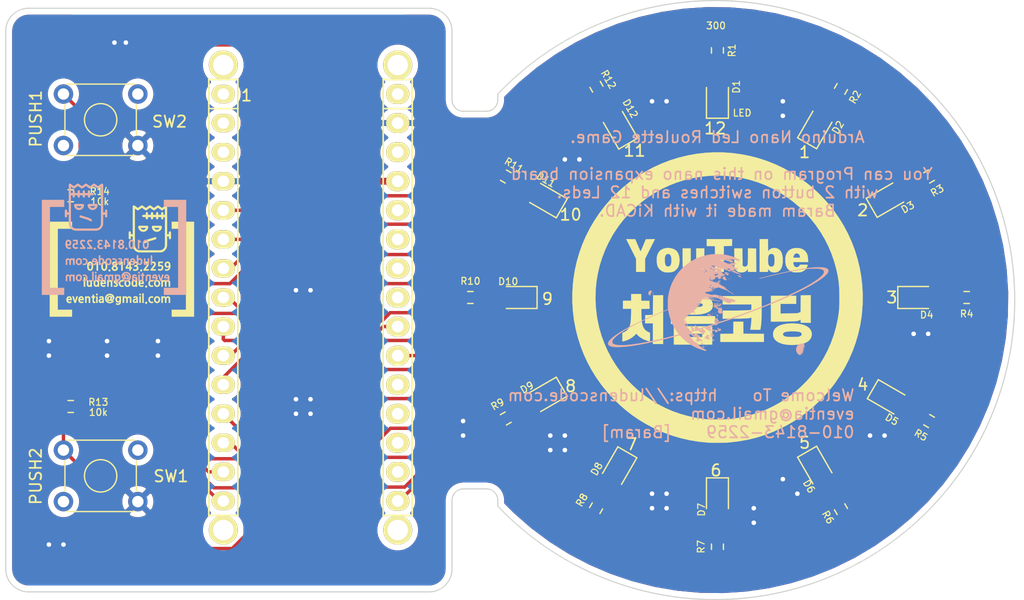
<source format=kicad_pcb>
(kicad_pcb (version 20171130) (host pcbnew "(5.1.7)-1")
  (title_block (date "jeu. 02 avril 2015"))
  (layers (0 F.Cu signal) (31 B.Cu signal) (34 B.Paste user) (35 F.Paste user) (36 B.SilkS user) (37 F.SilkS user) (38 B.Mask user) (39 F.Mask user) (44 Edge.Cuts user))
  (net 0 "")
  (net 1 GND)
  (net 2 +5V)
  (net 3 "Net-(D1-Pad2)")
  (net 4 "Net-(D2-Pad2)")
  (net 5 "Net-(D3-Pad2)")
  (net 6 "Net-(D4-Pad2)")
  (net 7 "Net-(D5-Pad2)")
  (net 8 "Net-(D6-Pad2)")
  (net 9 "Net-(D7-Pad2)")
  (net 10 "Net-(D8-Pad2)")
  (net 11 "Net-(D9-Pad2)")
  (net 12 "Net-(D10-Pad2)")
  (net 13 "Net-(D11-Pad2)")
  (net 14 "Net-(D12-Pad2)")
  (net 15 2)
  (net 16 3)
  (net 17 4)
  (net 18 5)
  (net 19 6)
  (net 20 7)
  (net 21 8)
  (net 22 9)
  (net 23 10)
  (net 24 11)
  (net 25 12)
  (net 26 A2)
  (net 27 13)
  (net 28 A3)
  (module Try001:YouTube_PCB_Profile_130x105 (layer B.Cu) (at 110.49 99.695 180)
    (fp_text reference G*** hide)
    (fp_text value LOGO hide)
  )
  (module Try001:YouTube_PCB_Profile_130x105 (layer F.Cu) (at 111.125 101.6)
    (fp_text reference G*** hide)
    (fp_text value LOGO hide)
  )
  (module Try001:YouTube_PCB_254 (layer F.Cu) (at 163.195 104.775)
    (fp_text reference G*** hide)
    (fp_text value LOGO hide)
  )
  (module Try001:PCB_Logo_Space (layer B.Cu) (at 163.195 105.41 180)
    (fp_text reference G*** hide)
    (fp_text value LOGO hide)
  )
  (module Socket_Arduino_Nano:Socket_Strip_Arduino_1x15 (layer F.Cu) (at 135.255 86.995 270)
    (fp_text reference P2 hide)
    (fp_text value Analog hide)
    (pad 1 thru_hole oval (at 0 0 270) (size 1.7272 2.032) (drill 1.016) (layers *.Cu *.Mask F.SilkS))
    (pad 2 thru_hole oval (at 2.54 0 270) (size 1.7272 2.032) (drill 1.016) (layers *.Cu *.Mask F.SilkS) (net 1 GND))
    (pad 3 thru_hole oval (at 5.08 0 270) (size 1.7272 2.032) (drill 1.016) (layers *.Cu *.Mask F.SilkS))
    (pad 4 thru_hole oval (at 7.62 0 270) (size 1.7272 2.032) (drill 1.016) (layers *.Cu *.Mask F.SilkS) (net 2 +5V))
    (pad 5 thru_hole oval (at 10.16 0 270) (size 1.7272 2.032) (drill 1.016) (layers *.Cu *.Mask F.SilkS))
    (pad 6 thru_hole oval (at 12.7 0 270) (size 1.7272 2.032) (drill 1.016) (layers *.Cu *.Mask F.SilkS))
    (pad 7 thru_hole oval (at 15.24 0 270) (size 1.7272 2.032) (drill 1.016) (layers *.Cu *.Mask F.SilkS))
    (pad 8 thru_hole oval (at 17.78 0 270) (size 1.7272 2.032) (drill 1.016) (layers *.Cu *.Mask F.SilkS))
    (pad 9 thru_hole oval (at 20.32 0 270) (size 1.7272 2.032) (drill 1.016) (layers *.Cu *.Mask F.SilkS) (net 28 A3))
    (pad 10 thru_hole oval (at 22.86 0 270) (size 1.7272 2.032) (drill 1.016) (layers *.Cu *.Mask F.SilkS) (net 26 A2))
    (pad 11 thru_hole oval (at 25.4 0 270) (size 1.7272 2.032) (drill 1.016) (layers *.Cu *.Mask F.SilkS))
    (pad 12 thru_hole oval (at 27.94 0 270) (size 1.7272 2.032) (drill 1.016) (layers *.Cu *.Mask F.SilkS))
    (pad 13 thru_hole oval (at 30.48 0 270) (size 1.7272 2.032) (drill 1.016) (layers *.Cu *.Mask F.SilkS))
    (pad 14 thru_hole oval (at 33.02 0 270) (size 1.7272 2.032) (drill 1.016) (layers *.Cu *.Mask F.SilkS))
    (pad 15 thru_hole oval (at 35.56 0 270) (size 1.7272 2.032) (drill 1.016) (layers *.Cu *.Mask F.SilkS) (net 27 13))
  )
  (module Socket_Arduino_Nano:Socket_Strip_Arduino_1x15 (layer F.Cu) (at 120.015 86.995 270)
    (fp_text reference P1 hide)
    (fp_text value Digital hide)
    (pad 1 thru_hole oval (at 0 0 270) (size 1.6 2.032) (drill 1) (layers *.Cu *.Mask F.SilkS))
    (pad 2 thru_hole oval (at 2.54 0 270) (size 1.6 2.032) (drill 1) (layers *.Cu *.Mask F.SilkS))
    (pad 3 thru_hole oval (at 5.08 0 270) (size 1.6 2.032) (drill 1) (layers *.Cu *.Mask F.SilkS))
    (pad 4 thru_hole oval (at 7.62 0 270) (size 1.6 2.032) (drill 1) (layers *.Cu *.Mask F.SilkS) (net 1 GND))
    (pad 5 thru_hole oval (at 10.16 0 270) (size 1.6 2.032) (drill 1) (layers *.Cu *.Mask F.SilkS) (net 15 2))
    (pad 6 thru_hole oval (at 12.7 0 270) (size 1.6 2.032) (drill 1) (layers *.Cu *.Mask F.SilkS) (net 16 3))
    (pad 7 thru_hole oval (at 15.24 0 270) (size 1.6 2.032) (drill 1) (layers *.Cu *.Mask F.SilkS) (net 17 4))
    (pad 8 thru_hole oval (at 17.78 0 270) (size 1.6 2.032) (drill 1) (layers *.Cu *.Mask F.SilkS) (net 18 5))
    (pad 9 thru_hole oval (at 20.32 0 270) (size 1.6 2.032) (drill 1) (layers *.Cu *.Mask F.SilkS) (net 19 6))
    (pad 10 thru_hole oval (at 22.86 0 270) (size 1.6 2.032) (drill 1) (layers *.Cu *.Mask F.SilkS) (net 20 7))
    (pad 11 thru_hole oval (at 25.4 0 270) (size 1.6 2.032) (drill 1) (layers *.Cu *.Mask F.SilkS) (net 21 8))
    (pad 12 thru_hole oval (at 27.94 0 270) (size 1.6 2.032) (drill 1) (layers *.Cu *.Mask F.SilkS) (net 22 9))
    (pad 13 thru_hole oval (at 30.48 0 270) (size 1.6 2.032) (drill 1) (layers *.Cu *.Mask F.SilkS) (net 23 10))
    (pad 14 thru_hole oval (at 33.02 0 270) (size 1.6 2.032) (drill 1) (layers *.Cu *.Mask F.SilkS) (net 24 11))
    (pad 15 thru_hole oval (at 35.56 0 270) (size 1.6 2.032) (drill 1) (layers *.Cu *.Mask F.SilkS) (net 25 12))
  )
  (module LED_SMD:LED_0805_2012Metric (layer F.Cu) (at 163.195 87.4245 90)
    (fp_text reference D1 (at 1.0645 1.651 270) (layer F.SilkS) (effects (font (size 0.6 0.6) (thickness 0.1))))
    (fp_text value LED (at -1.2215 2.159 180) (layer F.SilkS) (effects (font (size 0.6 0.6) (thickness 0.1))))
    (pad 2 smd roundrect (at 0.9375 0 90) (size 0.975 1.4) (layers F.Cu F.Paste F.Mask) (net 3 "Net-(D1-Pad2)"))
    (pad 1 smd roundrect (at -0.9375 0 90) (size 0.975 1.4) (layers F.Cu F.Paste F.Mask) (net 1 GND))
  )
  (module Button_Switch_THT:SW_TH_Tactile_Omron_B3F-10xx (layer F.Cu) (at 106.045 86.995)
    (fp_text reference SW2 (at 9.271 2.413) (layer F.SilkS))
    (fp_text value PUSH1 (at -2.413 2.159 -90) (layer F.SilkS))
    (pad 1 thru_hole circle (at 0 0) (size 1.7 1.7) (drill 1) (layers *.Cu *.Mask) (net 28 A3))
    (pad 2 thru_hole circle (at 6.5 0) (size 1.7 1.7) (drill 1) (layers *.Cu *.Mask))
    (pad 3 thru_hole circle (at 0 4.5) (size 1.7 1.7) (drill 1) (layers *.Cu *.Mask))
    (pad 4 thru_hole circle (at 6.5 4.5) (size 1.7 1.7) (drill 1) (layers *.Cu *.Mask) (net 1 GND))
  )
  (module Button_Switch_THT:SW_TH_Tactile_Omron_B3F-10xx (layer F.Cu) (at 106.045 118.11)
    (fp_text reference SW1 (at 9.398 2.286) (layer F.SilkS))
    (fp_text value PUSH2 (at -2.413 2.286 -90) (layer F.SilkS))
    (pad 1 thru_hole circle (at 0 0) (size 1.7 1.7) (drill 1) (layers *.Cu *.Mask) (net 26 A2))
    (pad 2 thru_hole circle (at 6.5 0) (size 1.7 1.7) (drill 1) (layers *.Cu *.Mask))
    (pad 3 thru_hole circle (at 0 4.5) (size 1.7 1.7) (drill 1) (layers *.Cu *.Mask))
    (pad 4 thru_hole circle (at 6.5 4.5) (size 1.7 1.7) (drill 1) (layers *.Cu *.Mask) (net 1 GND))
  )
  (module Resistor_SMD:R_0603_1608Metric (layer F.Cu) (at 106.68 95.885)
    (fp_text reference R14 (at 2.54 -0.381) (layer F.SilkS) (effects (font (size 0.6 0.6) (thickness 0.1))))
    (fp_text value 10k (at 2.54 0.508) (layer F.SilkS) (effects (font (size 0.6 0.6) (thickness 0.1))))
    (pad 2 smd roundrect (at 0.825 0) (size 0.8 0.95) (layers F.Cu F.Paste F.Mask) (net 28 A3))
    (pad 1 smd roundrect (at -0.825 0) (size 0.8 0.95) (layers F.Cu F.Paste F.Mask) (net 2 +5V))
  )
  (module Resistor_SMD:R_0603_1608Metric (layer F.Cu) (at 106.68 114.3 180)
    (fp_text reference R13 (at -2.413 0.381) (layer F.SilkS) (effects (font (size 0.6 0.6) (thickness 0.1))))
    (fp_text value 10k (at -2.413 -0.508) (layer F.SilkS) (effects (font (size 0.6 0.6) (thickness 0.1))))
    (pad 2 smd roundrect (at 0.825 0 180) (size 0.8 0.95) (layers F.Cu F.Paste F.Mask) (net 26 A2))
    (pad 1 smd roundrect (at -0.825 0 180) (size 0.8 0.95) (layers F.Cu F.Paste F.Mask) (net 2 +5V))
  )
  (module Resistor_SMD:R_0603_1608Metric (layer F.Cu) (at 152.6225 86.36 300)
    (fp_text reference R12 (at -0.026176 -1.224662 120) (layer F.SilkS) (effects (font (size 0.6 0.6) (thickness 0.1))))
    (fp_text value R)
    (pad 2 smd roundrect (at 0.825 0 300) (size 0.8 0.95) (layers F.Cu F.Paste F.Mask) (net 14 "Net-(D12-Pad2)"))
    (pad 1 smd roundrect (at -0.825 0 300) (size 0.8 0.95) (layers F.Cu F.Paste F.Mask) (net 27 13))
  )
  (module Resistor_SMD:R_0603_1608Metric (layer F.Cu) (at 144.700529 94.2025 330)
    (fp_text reference R11 (at 0.1265 -1.209838 150) (layer F.SilkS) (effects (font (size 0.6 0.6) (thickness 0.1))))
    (fp_text value R)
    (pad 2 smd roundrect (at 0.825 0 330) (size 0.8 0.95) (layers F.Cu F.Paste F.Mask) (net 13 "Net-(D11-Pad2)"))
    (pad 1 smd roundrect (at -0.825 0 330) (size 0.8 0.95) (layers F.Cu F.Paste F.Mask) (net 25 12))
  )
  (module Resistor_SMD:R_0603_1608Metric (layer F.Cu) (at 141.605 104.775)
    (fp_text reference R10 (at 0 -1.43) (layer F.SilkS) (effects (font (size 0.6 0.6) (thickness 0.1))))
    (fp_text value R)
    (pad 2 smd roundrect (at 0.825 0) (size 0.8 0.95) (layers F.Cu F.Paste F.Mask) (net 12 "Net-(D10-Pad2)"))
    (pad 1 smd roundrect (at -0.825 0) (size 0.8 0.95) (layers F.Cu F.Paste F.Mask) (net 24 11))
  )
  (module Resistor_SMD:R_0603_1608Metric (layer F.Cu) (at 144.700529 115.3475 30)
    (fp_text reference R9 (at 0 -1.43 30) (layer F.SilkS) (effects (font (size 0.6 0.6) (thickness 0.1))))
    (fp_text value R)
    (pad 2 smd roundrect (at 0.825 0 30) (size 0.8 0.95) (layers F.Cu F.Paste F.Mask) (net 11 "Net-(D9-Pad2)"))
    (pad 1 smd roundrect (at -0.825 0 30) (size 0.8 0.95) (layers F.Cu F.Paste F.Mask) (net 23 10))
  )
  (module Resistor_SMD:R_0603_1608Metric (layer F.Cu) (at 152.59 123.19 60)
    (fp_text reference R8 (at 0 -1.43 60) (layer F.SilkS) (effects (font (size 0.6 0.6) (thickness 0.1))))
    (fp_text value R)
    (pad 2 smd roundrect (at 0.825 0 60) (size 0.8 0.95) (layers F.Cu F.Paste F.Mask) (net 10 "Net-(D8-Pad2)"))
    (pad 1 smd roundrect (at -0.825 0 60) (size 0.8 0.95) (layers F.Cu F.Paste F.Mask) (net 22 9))
  )
  (module Resistor_SMD:R_0603_1608Metric (layer F.Cu) (at 163.195 126.555 90)
    (fp_text reference R7 (at 0 -1.43 90) (layer F.SilkS) (effects (font (size 0.6 0.6) (thickness 0.1))))
    (fp_text value R)
    (pad 2 smd roundrect (at 0.825 0 90) (size 0.8 0.95) (layers F.Cu F.Paste F.Mask) (net 9 "Net-(D7-Pad2)"))
    (pad 1 smd roundrect (at -0.825 0 90) (size 0.8 0.95) (layers F.Cu F.Paste F.Mask) (net 21 8))
  )
  (module Resistor_SMD:R_0603_1608Metric (layer F.Cu) (at 173.99 123.269471 120)
    (fp_text reference R6 (at -0.047708 -1.347367 120) (layer F.SilkS) (effects (font (size 0.6 0.6) (thickness 0.1))))
    (fp_text value R)
    (pad 2 smd roundrect (at 0.825 0 120) (size 0.8 0.95) (layers F.Cu F.Paste F.Mask) (net 8 "Net-(D6-Pad2)"))
    (pad 1 smd roundrect (at -0.825 0 120) (size 0.8 0.95) (layers F.Cu F.Paste F.Mask) (net 20 7))
  )
  (module Resistor_SMD:R_0603_1608Metric (layer F.Cu) (at 181.689471 115.57 150)
    (fp_text reference R5 (at 0 -1.43 150) (layer F.SilkS) (effects (font (size 0.6 0.6) (thickness 0.1))))
    (fp_text value R)
    (pad 2 smd roundrect (at 0.825 0 150) (size 0.8 0.95) (layers F.Cu F.Paste F.Mask) (net 7 "Net-(D5-Pad2)"))
    (pad 1 smd roundrect (at -0.825 0 150) (size 0.8 0.95) (layers F.Cu F.Paste F.Mask) (net 19 6))
  )
  (module Resistor_SMD:R_0603_1608Metric (layer F.Cu) (at 184.975 104.775 180)
    (fp_text reference R4 (at 0 -1.43) (layer F.SilkS) (effects (font (size 0.6 0.6) (thickness 0.1))))
    (fp_text value R)
    (pad 2 smd roundrect (at 0.825 0 180) (size 0.8 0.95) (layers F.Cu F.Paste F.Mask) (net 6 "Net-(D4-Pad2)"))
    (pad 1 smd roundrect (at -0.825 0 180) (size 0.8 0.95) (layers F.Cu F.Paste F.Mask) (net 18 5))
  )
  (module Resistor_SMD:R_0603_1608Metric (layer F.Cu) (at 181.689471 94.2025 210)
    (fp_text reference R3 (at 0 -1.43 30) (layer F.SilkS) (effects (font (size 0.6 0.6) (thickness 0.1))))
    (fp_text value R)
    (pad 2 smd roundrect (at 0.825 0 210) (size 0.8 0.95) (layers F.Cu F.Paste F.Mask) (net 5 "Net-(D3-Pad2)"))
    (pad 1 smd roundrect (at -0.825 0 210) (size 0.8 0.95) (layers F.Cu F.Paste F.Mask) (net 17 4))
  )
  (module Resistor_SMD:R_0603_1608Metric (layer F.Cu) (at 173.99 86.55 240)
    (fp_text reference R2 (at 0 -1.43 60) (layer F.SilkS) (effects (font (size 0.6 0.6) (thickness 0.1))))
    (fp_text value R)
    (pad 2 smd roundrect (at 0.825 0 240) (size 0.8 0.95) (layers F.Cu F.Paste F.Mask) (net 4 "Net-(D2-Pad2)"))
    (pad 1 smd roundrect (at -0.825 0 240) (size 0.8 0.95) (layers F.Cu F.Paste F.Mask) (net 16 3))
  )
  (module Resistor_SMD:R_0603_1608Metric (layer F.Cu) (at 163.195 83.185 270)
    (fp_text reference R1 (at 0 -1.27 90) (layer F.SilkS) (effects (font (size 0.6 0.6) (thickness 0.1))))
    (fp_text value 300 (at -2.159 0.127 180) (layer F.SilkS) (effects (font (size 0.6 0.6) (thickness 0.1))))
    (pad 2 smd roundrect (at 0.825 0 270) (size 0.8 0.95) (layers F.Cu F.Paste F.Mask) (net 3 "Net-(D1-Pad2)"))
    (pad 1 smd roundrect (at -0.825 0 270) (size 0.8 0.95) (layers F.Cu F.Paste F.Mask) (net 15 2))
  )
  (module LED_SMD:LED_0805_2012Metric (layer F.Cu) (at 154.559 89.8675 120)
    (fp_text reference D12 (at 0.879806 1.681132 120) (layer F.SilkS) (effects (font (size 0.6 0.6) (thickness 0.1))))
    (fp_text value LED)
    (pad 2 smd roundrect (at 0.9375 0 120) (size 0.975 1.4) (layers F.Cu F.Paste F.Mask) (net 14 "Net-(D12-Pad2)"))
    (pad 1 smd roundrect (at -0.9375 0 120) (size 0.975 1.4) (layers F.Cu F.Paste F.Mask) (net 1 GND))
  )
  (module LED_SMD:LED_0805_2012Metric (layer F.Cu) (at 148.1305 96.139 150)
    (fp_text reference D11 (at 0.757517 1.469058 150) (layer F.SilkS) (effects (font (size 0.6 0.6) (thickness 0.1))))
    (fp_text value LED)
    (pad 2 smd roundrect (at 0.9375 0 150) (size 0.975 1.4) (layers F.Cu F.Paste F.Mask) (net 13 "Net-(D11-Pad2)"))
    (pad 1 smd roundrect (at -0.9375 0 150) (size 0.975 1.4) (layers F.Cu F.Paste F.Mask) (net 1 GND))
  )
  (module LED_SMD:LED_0805_2012Metric (layer F.Cu) (at 145.7475 104.775 180)
    (fp_text reference D10 (at 0.8405 1.397) (layer F.SilkS) (effects (font (size 0.6 0.6) (thickness 0.1))))
    (fp_text value LED)
    (pad 2 smd roundrect (at 0.9375 0 180) (size 0.975 1.4) (layers F.Cu F.Paste F.Mask) (net 12 "Net-(D10-Pad2)"))
    (pad 1 smd roundrect (at -0.9375 0 180) (size 0.975 1.4) (layers F.Cu F.Paste F.Mask) (net 1 GND))
  )
  (module LED_SMD:LED_0805_2012Metric (layer F.Cu) (at 148.1305 113.411 210)
    (fp_text reference D9 (at 0.980825 1.446161 30) (layer F.SilkS) (effects (font (size 0.6 0.6) (thickness 0.1))))
    (fp_text value LED)
    (pad 2 smd roundrect (at 0.9375 0 210) (size 0.975 1.4) (layers F.Cu F.Paste F.Mask) (net 11 "Net-(D9-Pad2)"))
    (pad 1 smd roundrect (at -0.9375 0 210) (size 0.975 1.4) (layers F.Cu F.Paste F.Mask) (net 1 GND))
  )
  (module LED_SMD:LED_0805_2012Metric (layer F.Cu) (at 154.4805 119.761 240)
    (fp_text reference D8 (at 0.91325 1.581795 60) (layer F.SilkS) (effects (font (size 0.6 0.6) (thickness 0.1))))
    (fp_text value LED)
    (pad 2 smd roundrect (at 0.9375 0 240) (size 0.975 1.4) (layers F.Cu F.Paste F.Mask) (net 10 "Net-(D8-Pad2)"))
    (pad 1 smd roundrect (at -0.9375 0 240) (size 0.975 1.4) (layers F.Cu F.Paste F.Mask) (net 1 GND))
  )
  (module LED_SMD:LED_0805_2012Metric (layer F.Cu) (at 163.195 122.2225 270)
    (fp_text reference D7 (at 1.0945 1.397 90) (layer F.SilkS) (effects (font (size 0.6 0.6) (thickness 0.1))))
    (fp_text value LED)
    (pad 2 smd roundrect (at 0.9375 0 270) (size 0.975 1.4) (layers F.Cu F.Paste F.Mask) (net 9 "Net-(D7-Pad2)"))
    (pad 1 smd roundrect (at -0.9375 0 270) (size 0.975 1.4) (layers F.Cu F.Paste F.Mask) (net 1 GND))
  )
  (module LED_SMD:LED_0805_2012Metric (layer F.Cu) (at 171.87025 119.711101 300)
    (fp_text reference D6 (at 1.025912 1.370867 120) (layer F.SilkS) (effects (font (size 0.6 0.6) (thickness 0.1))))
    (fp_text value LED)
    (pad 2 smd roundrect (at 0.9375 0 300) (size 0.975 1.4) (layers F.Cu F.Paste F.Mask) (net 8 "Net-(D6-Pad2)"))
    (pad 1 smd roundrect (at -0.9375 0 300) (size 0.975 1.4) (layers F.Cu F.Paste F.Mask) (net 1 GND))
  )
  (module LED_SMD:LED_0805_2012Metric (layer F.Cu) (at 178.230899 113.62575 330)
    (fp_text reference D5 (at 1.085382 1.471734 150) (layer F.SilkS) (effects (font (size 0.6 0.6) (thickness 0.1))))
    (fp_text value LED)
    (pad 2 smd roundrect (at 0.9375 0 330) (size 0.975 1.4) (layers F.Cu F.Paste F.Mask) (net 7 "Net-(D5-Pad2)"))
    (pad 1 smd roundrect (at -0.9375 0 330) (size 0.975 1.4) (layers F.Cu F.Paste F.Mask) (net 1 GND))
  )
  (module LED_SMD:LED_0805_2012Metric (layer F.Cu) (at 180.6425 104.775)
    (fp_text reference D4 (at 0.8405 1.524) (layer F.SilkS) (effects (font (size 0.6 0.6) (thickness 0.1))))
    (fp_text value LED)
    (pad 2 smd roundrect (at 0.9375 0) (size 0.975 1.4) (layers F.Cu F.Paste F.Mask) (net 6 "Net-(D4-Pad2)"))
    (pad 1 smd roundrect (at -0.9375 0) (size 0.975 1.4) (layers F.Cu F.Paste F.Mask) (net 1 GND))
  )
  (module LED_SMD:LED_0805_2012Metric (layer F.Cu) (at 178.131101 96.09975 30)
    (fp_text reference D3 (at 1.072397 1.544352 30) (layer F.SilkS) (effects (font (size 0.6 0.6) (thickness 0.1))))
    (fp_text value LED)
    (pad 2 smd roundrect (at 0.9375 0 30) (size 0.975 1.4) (layers F.Cu F.Paste F.Mask) (net 5 "Net-(D3-Pad2)"))
    (pad 1 smd roundrect (at -0.9375 0 30) (size 0.975 1.4) (layers F.Cu F.Paste F.Mask) (net 1 GND))
  )
  (module LED_SMD:LED_0805_2012Metric (layer F.Cu) (at 171.87025 89.838899 60)
    (fp_text reference D2 (at 0.866104 1.654337 60) (layer F.SilkS) (effects (font (size 0.6 0.6) (thickness 0.1))))
    (fp_text value LED hide)
    (pad 2 smd roundrect (at 0.9375 0 60) (size 0.975 1.4) (layers F.Cu F.Paste F.Mask) (net 4 "Net-(D2-Pad2)"))
    (pad 1 smd roundrect (at -0.9375 0 60) (size 0.975 1.4) (layers F.Cu F.Paste F.Mask) (net 1 GND))
  )
  (module Socket_Arduino_Nano:1pin_Nano (layer F.Cu) (at 120.015 84.455)
    (fp_text reference P3 hide)
    (fp_text value CONN_01X01 hide)
    (pad 1 thru_hole circle (at 0 0) (size 2.54 2.54) (drill 1.778) (layers *.Cu *.Mask F.SilkS))
  )
  (module Socket_Arduino_Nano:1pin_Nano (layer F.Cu) (at 120.015 125.095)
    (fp_text reference P4 hide)
    (fp_text value CONN_01X01 hide)
    (pad 1 thru_hole circle (at 0 0) (size 2.54 2.54) (drill 1.778) (layers *.Cu *.Mask F.SilkS))
  )
  (module Socket_Arduino_Nano:1pin_Nano (layer F.Cu) (at 135.255 125.095)
    (fp_text reference P5 hide)
    (fp_text value CONN_01X01 hide)
    (pad 1 thru_hole circle (at 0 0) (size 2.54 2.54) (drill 1.778) (layers *.Cu *.Mask F.SilkS))
  )
  (module Socket_Arduino_Nano:1pin_Nano (layer F.Cu) (at 135.255 84.455)
    (fp_text reference P6 hide)
    (fp_text value CONN_01X01 hide)
    (pad 1 thru_hole circle (at 0 0) (size 2.54 2.54) (drill 1.778) (layers *.Cu *.Mask F.SilkS))
  )
  (gr_line (start 140 81.5) (end 140 87.5) (layer Edge.Cuts) (width 0.1))
  (gr_text "Arduino Nano Led Roulette Game.\n\nYou can Program on this nano expansion board \nwith 2 button switches and 12 Leds.\nBaram made it with KiCAD." (at 163.195 93.98) (layer B.SilkS) (effects (font (size 1 1)) (justify mirror)))
  (gr_text "Welcome To    https://ludenscode.com\neventia@gmail.com\n010-8143-2259    [Baram]" (at 175.26 114.935) (layer B.SilkS) (effects (font (size 1 1)) (justify left mirror)))
  (gr_text 11 (at 155.956 91.948) (layer F.SilkS) (effects (font (size 1 1))))
  (gr_text 10 (at 150.368 97.536) (layer F.SilkS) (effects (font (size 1 1))))
  (gr_text 9 (at 148.336 104.902) (layer F.SilkS) (effects (font (size 1 1))))
  (gr_text 8 (at 150.368 112.522) (layer F.SilkS) (effects (font (size 1 1))))
  (gr_text 7 (at 155.702 117.602) (layer F.SilkS) (effects (font (size 1 1))))
  (gr_text 6 (at 163.068 119.888) (layer F.SilkS) (effects (font (size 1 1))))
  (gr_text 5 (at 170.815 117.475) (layer F.SilkS) (effects (font (size 1 1))))
  (gr_text 4 (at 175.895 112.395) (layer F.SilkS) (effects (font (size 1 1))))
  (gr_text 3 (at 178.435 104.775) (layer F.SilkS) (effects (font (size 1 1))))
  (gr_text 2 (at 175.895 97.155) (layer F.SilkS) (effects (font (size 1 1))))
  (gr_text 1 (at 170.815 92.075) (layer F.SilkS) (effects (font (size 1 1))))
  (gr_text 12 (at 163 90) (layer F.SilkS) (effects (font (size 1 1))))
  (gr_arc (start 143 122.5) (end 144 122.5) (angle -90) (layer Edge.Cuts) (width 0.1))
  (gr_arc (start 141 122.5) (end 141 121.5) (angle -90) (layer Edge.Cuts) (width 0.1))
  (gr_arc (start 143 87.5) (end 143 88.5) (angle -90) (layer Edge.Cuts) (width 0.1))
  (gr_arc (start 141 87.5) (end 140 87.5) (angle -90) (layer Edge.Cuts) (width 0.1))
  (gr_arc (start 138 128.5) (end 138 130.5) (angle -90) (layer Edge.Cuts) (width 0.1))
  (gr_arc (start 138 81.5) (end 140 81.5) (angle -90) (layer Edge.Cuts) (width 0.1))
  (gr_line (start 101 128.5) (end 101 81.5) (layer Edge.Cuts) (width 0.1))
  (gr_line (start 138 130.5) (end 103 130.5) (layer Edge.Cuts) (width 0.1))
  (gr_arc (start 103 128.5) (end 101 128.5) (angle -90) (layer Edge.Cuts) (width 0.1))
  (gr_arc (start 103 81.5) (end 103 79.5) (angle -90) (layer Edge.Cuts) (width 0.1))
  (gr_line (start 140 128) (end 140 128.5) (layer Edge.Cuts) (width 0.1))
  (gr_line (start 140 122.5) (end 140.000001 125) (layer Edge.Cuts) (width 0.1))
  (gr_line (start 143 121.5) (end 141 121.5) (layer Edge.Cuts) (width 0.1))
  (gr_line (start 143.999999 123.000001) (end 144 122.5) (layer Edge.Cuts) (width 0.1))
  (gr_line (start 144 87.5) (end 143.999996 86.999999) (layer Edge.Cuts) (width 0.1))
  (gr_line (start 141 88.5) (end 143 88.5) (layer Edge.Cuts) (width 0.1))
  (gr_line (start 103 79.5) (end 138 79.5) (layer Edge.Cuts) (width 0.1))
  (gr_line (start 140.000001 125) (end 140 128) (layer Edge.Cuts) (width 0.1))
  (gr_arc (start 163 105) (end 144.000001 122.999999) (angle -273.0963154) (layer Edge.Cuts) (width 0.1))
  (gr_text 1 (at 122.047 87.122) (layer F.SilkS) (effects (font (size 1 1))))
  (via (at 157.48 121.92) (size 0.6) (drill 0.4) (layers F.Cu B.Cu) (net 1))
  (via (at 158.75 121.92) (size 0.6) (drill 0.4) (layers F.Cu B.Cu) (net 1))
  (via (at 158.75 123.19) (size 0.6) (drill 0.4) (layers F.Cu B.Cu) (net 1))
  (via (at 157.48 123.19) (size 0.6) (drill 0.4) (layers F.Cu B.Cu) (net 1))
  (via (at 149.86 116.84) (size 0.6) (drill 0.4) (layers F.Cu B.Cu) (net 1))
  (via (at 149.86 118.11) (size 0.6) (drill 0.4) (layers F.Cu B.Cu) (net 1))
  (via (at 148.59 116.84) (size 0.6) (drill 0.4) (layers F.Cu B.Cu) (net 1))
  (via (at 148.59 118.11) (size 0.6) (drill 0.4) (layers F.Cu B.Cu) (net 1))
  (via (at 166.37 123.19) (size 0.6) (drill 0.4) (layers F.Cu B.Cu) (net 1))
  (via (at 166.37 124.46) (size 0.6) (drill 0.4) (layers F.Cu B.Cu) (net 1))
  (via (at 168.91 120.65) (size 0.6) (drill 0.4) (layers F.Cu B.Cu) (net 1))
  (via (at 170.18 121.92) (size 0.6) (drill 0.4) (layers F.Cu B.Cu) (net 1))
  (via (at 177.8 116.84) (size 0.6) (drill 0.4) (layers F.Cu B.Cu) (net 1))
  (via (at 176.53 116.84) (size 0.6) (drill 0.4) (layers F.Cu B.Cu) (net 1))
  (via (at 181.61 107.95) (size 0.6) (drill 0.4) (layers F.Cu B.Cu) (net 1))
  (via (at 180.34 107.95) (size 0.6) (drill 0.4) (layers F.Cu B.Cu) (net 1))
  (via (at 168.91 87.63) (size 0.6) (drill 0.4) (layers F.Cu B.Cu) (net 1))
  (via (at 168.91 88.9) (size 0.6) (drill 0.4) (layers F.Cu B.Cu) (net 1))
  (via (at 158.75 87.63) (size 0.6) (drill 0.4) (layers F.Cu B.Cu) (net 1))
  (via (at 157.48 87.63) (size 0.6) (drill 0.4) (layers F.Cu B.Cu) (net 1))
  (via (at 149.86 92.71) (size 0.6) (drill 0.4) (layers F.Cu B.Cu) (net 1))
  (via (at 151.13 92.71) (size 0.6) (drill 0.4) (layers F.Cu B.Cu) (net 1))
  (via (at 104.775 109.855) (size 0.6) (drill 0.4) (layers F.Cu B.Cu) (net 1))
  (via (at 140.97 116.84) (size 0.6) (drill 0.4) (layers F.Cu B.Cu) (net 1))
  (via (at 140.97 115.57) (size 0.6) (drill 0.4) (layers F.Cu B.Cu) (net 1))
  (via (at 127.635 113.665) (size 0.6) (drill 0.4) (layers F.Cu B.Cu) (net 1))
  (via (at 126.365 113.665) (size 0.6) (drill 0.4) (layers F.Cu B.Cu) (net 1))
  (via (at 127.635 114.935) (size 0.6) (drill 0.4) (layers F.Cu B.Cu) (net 1))
  (via (at 126.365 114.935) (size 0.6) (drill 0.4) (layers F.Cu B.Cu) (net 1))
  (via (at 127.635 104.14) (size 0.6) (drill 0.4) (layers F.Cu B.Cu) (net 1))
  (via (at 126.365 104.14) (size 0.6) (drill 0.4) (layers F.Cu B.Cu) (net 1))
  (via (at 104.775 108.585) (size 0.6) (drill 0.4) (layers F.Cu B.Cu) (net 1))
  (via (at 114.3 108.585) (size 0.6) (drill 0.4) (layers F.Cu B.Cu) (net 1))
  (via (at 114.3 109.855) (size 0.6) (drill 0.4) (layers F.Cu B.Cu) (net 1))
  (via (at 109.855 108.585) (size 0.6) (drill 0.4) (layers F.Cu B.Cu) (net 1))
  (via (at 109.855 109.855) (size 0.6) (drill 0.4) (layers F.Cu B.Cu) (net 1))
  (via (at 104.775 126.365) (size 0.6) (drill 0.4) (layers F.Cu B.Cu) (net 1))
  (via (at 106.045 126.365) (size 0.6) (drill 0.4) (layers F.Cu B.Cu) (net 1))
  (via (at 110.5 82.5) (size 0.6) (drill 0.4) (layers F.Cu B.Cu) (net 1))
  (via (at 111.5 82.5) (size 0.6) (drill 0.4) (layers F.Cu B.Cu) (net 1))
  (segment (start 105.855 104.585) (end 105.855 95.885) (width 0.6) (layer F.Cu) (net 2))
  (segment (start 105.855 105.855) (end 105.855 104.585) (width 0.6) (layer F.Cu) (net 2))
  (segment (start 107.505 107.505) (end 105.855 105.855) (width 0.6) (layer F.Cu) (net 2))
  (segment (start 107.505 114.3) (end 107.505 107.505) (width 0.6) (layer F.Cu) (net 2))
  (segment (start 125.095 91.44) (end 128.27 94.615) (width 0.6) (layer F.Cu) (net 2))
  (segment (start 125.095 83.82) (end 125.095 91.44) (width 0.6) (layer F.Cu) (net 2))
  (segment (start 123.825 82.55) (end 125.095 83.82) (width 0.6) (layer F.Cu) (net 2))
  (segment (start 118.364 82.55) (end 123.825 82.55) (width 0.6) (layer F.Cu) (net 2))
  (segment (start 116.713 84.201) (end 118.364 82.55) (width 0.6) (layer F.Cu) (net 2))
  (segment (start 105.664 84.201) (end 116.713 84.201) (width 0.6) (layer F.Cu) (net 2))
  (segment (start 104.15501 93.99501) (end 104.15501 85.70999) (width 0.6) (layer F.Cu) (net 2))
  (segment (start 104.15501 85.70999) (end 105.664 84.201) (width 0.6) (layer F.Cu) (net 2))
  (segment (start 105.855 95.695) (end 104.15501 93.99501) (width 0.6) (layer F.Cu) (net 2))
  (segment (start 128.27 94.615) (end 135.255 94.615) (width 0.6) (layer F.Cu) (net 2))
  (segment (start 105.855 95.885) (end 105.855 95.695) (width 0.6) (layer F.Cu) (net 2))
  (segment (start 163.195 84.01) (end 163.195 86.487) (width 0.3) (layer F.Cu) (net 3))
  (segment (start 173.5775 87.264471) (end 172.339 89.027) (width 0.3) (layer F.Cu) (net 4))
  (segment (start 180.975 94.615) (end 178.943 95.631) (width 0.3) (layer F.Cu) (net 5))
  (segment (start 181.58 104.775) (end 184.15 104.775) (width 0.3) (layer F.Cu) (net 6))
  (segment (start 179.042798 114.0945) (end 180.975 115.1575) (width 0.3) (layer F.Cu) (net 7))
  (segment (start 172.339 120.523) (end 173.5775 122.555) (width 0.3) (layer F.Cu) (net 8))
  (segment (start 163.195 123.16) (end 163.195 125.73) (width 0.3) (layer F.Cu) (net 9))
  (segment (start 154.01175 120.572899) (end 153.0025 122.475529) (width 0.3) (layer F.Cu) (net 10))
  (segment (start 147.318601 113.87975) (end 145.415 114.935) (width 0.3) (layer F.Cu) (net 11))
  (segment (start 142.43 104.775) (end 144.81 104.775) (width 0.3) (layer F.Cu) (net 12))
  (segment (start 145.415 94.615) (end 147.318601 95.67025) (width 0.3) (layer F.Cu) (net 13))
  (segment (start 153.035 87.074471) (end 154.09025 89.055601) (width 0.3) (layer F.Cu) (net 14))
  (segment (start 164.91 82.36) (end 163.195 82.36) (width 0.3) (layer F.Cu) (net 15))
  (segment (start 138.490451 97.868599) (end 160.504279 97.868599) (width 0.3) (layer F.Cu) (net 15))
  (segment (start 134.14375 95.885) (end 136.506852 95.885) (width 0.3) (layer F.Cu) (net 15))
  (segment (start 166.37 92.002878) (end 166.37 83.82) (width 0.3) (layer F.Cu) (net 15))
  (segment (start 136.506852 95.885) (end 138.490451 97.868599) (width 0.3) (layer F.Cu) (net 15))
  (segment (start 132.23875 97.79) (end 134.14375 95.885) (width 0.3) (layer F.Cu) (net 15))
  (segment (start 166.37 83.82) (end 164.91 82.36) (width 0.3) (layer F.Cu) (net 15))
  (segment (start 160.504279 97.868599) (end 166.37 92.002878) (width 0.3) (layer F.Cu) (net 15))
  (segment (start 122.555 97.79) (end 132.23875 97.79) (width 0.3) (layer F.Cu) (net 15))
  (segment (start 121.92 97.155) (end 122.555 97.79) (width 0.3) (layer F.Cu) (net 15))
  (segment (start 120.015 97.155) (end 121.92 97.155) (width 0.3) (layer F.Cu) (net 15))
  (segment (start 174.4025 85.835529) (end 174.750224 86.183253) (width 0.3) (layer F.Cu) (net 16))
  (segment (start 168.91 93.345) (end 173.355 93.345) (width 0.3) (layer F.Cu) (net 16))
  (segment (start 170.18 93.345) (end 168.91 93.345) (width 0.3) (layer F.Cu) (net 16))
  (segment (start 174.4025 85.835529) (end 176.53 87.963029) (width 0.3) (layer F.Cu) (net 16))
  (segment (start 176.53 87.963029) (end 176.53 90.17) (width 0.3) (layer F.Cu) (net 16))
  (segment (start 173.355 93.345) (end 176.53 90.17) (width 0.3) (layer F.Cu) (net 16))
  (segment (start 121.92 99.695) (end 120.015 99.695) (width 0.3) (layer F.Cu) (net 16))
  (segment (start 123.24639 98.36861) (end 121.92 99.695) (width 0.3) (layer F.Cu) (net 16))
  (segment (start 160.71139 98.36861) (end 123.24639 98.36861) (width 0.3) (layer F.Cu) (net 16))
  (segment (start 165.735 93.345) (end 160.71139 98.36861) (width 0.3) (layer F.Cu) (net 16))
  (segment (start 168.91 93.345) (end 165.735 93.345) (width 0.3) (layer F.Cu) (net 16))
  (segment (start 182.403942 93.79) (end 182.056218 93.442276) (width 0.3) (layer F.Cu) (net 17))
  (segment (start 134.04139 101.02139) (end 132.08 99.06) (width 0.3) (layer F.Cu) (net 17))
  (segment (start 123.825 99.06) (end 120.65 102.235) (width 0.3) (layer F.Cu) (net 17))
  (segment (start 138.62138 98.86862) (end 136.46861 101.02139) (width 0.3) (layer F.Cu) (net 17))
  (segment (start 160.9185 98.86862) (end 138.62138 98.86862) (width 0.3) (layer F.Cu) (net 17))
  (segment (start 165.80712 93.98) (end 160.9185 98.86862) (width 0.3) (layer F.Cu) (net 17))
  (segment (start 173.42712 93.98) (end 165.80712 93.98) (width 0.3) (layer F.Cu) (net 17))
  (segment (start 136.46861 101.02139) (end 134.04139 101.02139) (width 0.3) (layer F.Cu) (net 17))
  (segment (start 174.69712 92.71) (end 173.42712 93.98) (width 0.3) (layer F.Cu) (net 17))
  (segment (start 132.08 99.06) (end 123.825 99.06) (width 0.3) (layer F.Cu) (net 17))
  (segment (start 181.323942 92.71) (end 174.69712 92.71) (width 0.3) (layer F.Cu) (net 17))
  (segment (start 120.65 102.235) (end 120.015 102.235) (width 0.3) (layer F.Cu) (net 17))
  (segment (start 182.403942 93.79) (end 181.323942 92.71) (width 0.3) (layer F.Cu) (net 17))
  (segment (start 185.8 106.3) (end 185.8 104.775) (width 0.3) (layer F.Cu) (net 18))
  (segment (start 182.245 109.855) (end 185.8 106.3) (width 0.3) (layer F.Cu) (net 18))
  (segment (start 175.895 109.855) (end 182.245 109.855) (width 0.3) (layer F.Cu) (net 18))
  (segment (start 174.376589 111.373411) (end 175.895 109.855) (width 0.3) (layer F.Cu) (net 18))
  (segment (start 174.376589 112.960911) (end 174.376589 111.373411) (width 0.3) (layer F.Cu) (net 18))
  (segment (start 154.94 113.03) (end 154.94 113.665) (width 0.3) (layer F.Cu) (net 18))
  (segment (start 154.94 113.03) (end 154.94 114.263941) (width 0.3) (layer F.Cu) (net 18))
  (segment (start 154.94 114.263941) (end 155.881038 115.204979) (width 0.3) (layer F.Cu) (net 18))
  (segment (start 172.132521 115.204979) (end 173.19625 114.14125) (width 0.3) (layer F.Cu) (net 18))
  (segment (start 155.881038 115.204979) (end 172.132521 115.204979) (width 0.3) (layer F.Cu) (net 18))
  (segment (start 173.19625 114.14125) (end 174.376589 112.960911) (width 0.3) (layer F.Cu) (net 18))
  (segment (start 172.632532 114.704968) (end 173.19625 114.14125) (width 0.3) (layer F.Cu) (net 18))
  (segment (start 151.13 109.22) (end 154.94 113.03) (width 0.3) (layer F.Cu) (net 18))
  (segment (start 134.021297 106.68) (end 134.599907 106.10139) (width 0.3) (layer F.Cu) (net 18))
  (segment (start 139.00861 106.10139) (end 142.12722 109.22) (width 0.3) (layer F.Cu) (net 18))
  (segment (start 133.91288 106.68) (end 134.021297 106.68) (width 0.3) (layer F.Cu) (net 18))
  (segment (start 142.12722 109.22) (end 151.13 109.22) (width 0.3) (layer F.Cu) (net 18))
  (segment (start 133.27788 107.315) (end 133.91288 106.68) (width 0.3) (layer F.Cu) (net 18))
  (segment (start 123.02214 107.315) (end 133.27788 107.315) (width 0.3) (layer F.Cu) (net 18))
  (segment (start 120.48214 104.775) (end 123.02214 107.315) (width 0.3) (layer F.Cu) (net 18))
  (segment (start 134.599907 106.10139) (end 139.00861 106.10139) (width 0.3) (layer F.Cu) (net 18))
  (segment (start 120.015 104.775) (end 120.48214 104.775) (width 0.3) (layer F.Cu) (net 18))
  (segment (start 120.015 108.415) (end 120.015 107.315) (width 0.3) (layer F.Cu) (net 19))
  (segment (start 182.403942 115.9825) (end 182 116.386442) (width 0.3) (layer F.Cu) (net 19))
  (segment (start 182 116.386442) (end 182 119) (width 0.3) (layer F.Cu) (net 19))
  (segment (start 182 119) (end 179 122) (width 0.3) (layer F.Cu) (net 19))
  (segment (start 177.88 122) (end 171.584989 115.704989) (width 0.3) (layer F.Cu) (net 19))
  (segment (start 120.12861 108.52861) (end 120.015 108.415) (width 0.3) (layer F.Cu) (net 19))
  (segment (start 154.439989 113.237115) (end 150.922888 109.720014) (width 0.3) (layer F.Cu) (net 19))
  (segment (start 179 122) (end 177.88 122) (width 0.3) (layer F.Cu) (net 19))
  (segment (start 155.673928 115.704989) (end 154.439989 114.47105) (width 0.3) (layer F.Cu) (net 19))
  (segment (start 171.584989 115.704989) (end 155.673928 115.704989) (width 0.3) (layer F.Cu) (net 19))
  (segment (start 154.439989 114.47105) (end 154.439989 113.237115) (width 0.3) (layer F.Cu) (net 19))
  (segment (start 141.595746 109.720014) (end 140.404342 108.52861) (width 0.3) (layer F.Cu) (net 19))
  (segment (start 150.922888 109.720014) (end 141.595746 109.720014) (width 0.3) (layer F.Cu) (net 19))
  (segment (start 140.404342 108.52861) (end 120.12861 108.52861) (width 0.3) (layer F.Cu) (net 19))
  (segment (start 169.386442 123.983942) (end 164.7825 119.38) (width 0.3) (layer F.Cu) (net 20))
  (segment (start 159.385 119.38) (end 156.710011 116.705011) (width 0.3) (layer F.Cu) (net 20))
  (segment (start 156.710011 116.705011) (end 155.223645 116.705011) (width 0.3) (layer F.Cu) (net 20))
  (segment (start 155.223645 116.705011) (end 153.439967 114.921333) (width 0.3) (layer F.Cu) (net 20))
  (segment (start 153.439967 114.921333) (end 153.439967 113.651334) (width 0.3) (layer F.Cu) (net 20))
  (segment (start 142.009966 110.720034) (end 141.66139 111.06861) (width 0.3) (layer F.Cu) (net 20))
  (segment (start 164.7825 119.38) (end 159.385 119.38) (width 0.3) (layer F.Cu) (net 20))
  (segment (start 174.4025 123.983942) (end 169.386442 123.983942) (width 0.3) (layer F.Cu) (net 20))
  (segment (start 150.508666 110.720034) (end 142.009966 110.720034) (width 0.3) (layer F.Cu) (net 20))
  (segment (start 153.439967 113.651334) (end 150.508666 110.720034) (width 0.3) (layer F.Cu) (net 20))
  (segment (start 120.015 109.855) (end 120.65 109.855) (width 0.3) (layer F.Cu) (net 20))
  (segment (start 120.65 109.855) (end 121.47638 109.02862) (width 0.3) (layer F.Cu) (net 20))
  (segment (start 132.0014 109.02862) (end 134.04139 111.06861) (width 0.3) (layer F.Cu) (net 20))
  (segment (start 121.47638 109.02862) (end 132.0014 109.02862) (width 0.3) (layer F.Cu) (net 20))
  (segment (start 141.66139 111.06861) (end 134.04139 111.06861) (width 0.3) (layer F.Cu) (net 20))
  (segment (start 163.195 127.38) (end 162.72 127.38) (width 0.3) (layer F.Cu) (net 21))
  (segment (start 156.5029 117.205022) (end 155.016533 117.205021) (width 0.3) (layer F.Cu) (net 21))
  (segment (start 152.939956 113.858446) (end 150.301556 111.220045) (width 0.3) (layer F.Cu) (net 21))
  (segment (start 142.217077 111.220045) (end 139.828512 113.60861) (width 0.3) (layer F.Cu) (net 21))
  (segment (start 150.301556 111.220045) (end 142.217077 111.220045) (width 0.3) (layer F.Cu) (net 21))
  (segment (start 160.43501 125.09501) (end 160.43501 121.137132) (width 0.3) (layer F.Cu) (net 21))
  (segment (start 152.939956 115.128444) (end 152.939956 113.858446) (width 0.3) (layer F.Cu) (net 21))
  (segment (start 155.016533 117.205021) (end 152.939956 115.128444) (width 0.3) (layer F.Cu) (net 21))
  (segment (start 160.43501 121.137132) (end 156.5029 117.205022) (width 0.3) (layer F.Cu) (net 21))
  (segment (start 162.72 127.38) (end 160.43501 125.09501) (width 0.3) (layer F.Cu) (net 21))
  (segment (start 120.015 112.395) (end 120.015 111.76) (width 0.3) (layer F.Cu) (net 21))
  (segment (start 120.015 111.76) (end 122.24637 109.52863) (width 0.3) (layer F.Cu) (net 21))
  (segment (start 122.24637 109.52863) (end 131.75363 109.52863) (width 0.3) (layer F.Cu) (net 21))
  (segment (start 131.75363 109.52863) (end 133.35 111.125) (width 0.3) (layer F.Cu) (net 21))
  (segment (start 133.35 112.91722) (end 134.04139 113.60861) (width 0.3) (layer F.Cu) (net 21))
  (segment (start 133.35 111.125) (end 133.35 112.91722) (width 0.3) (layer F.Cu) (net 21))
  (segment (start 139.828512 113.60861) (end 134.04139 113.60861) (width 0.3) (layer F.Cu) (net 21))
  (segment (start 150.094446 111.720056) (end 142.424188 111.720056) (width 0.3) (layer F.Cu) (net 22))
  (segment (start 142.424188 111.720056) (end 137.939244 116.205) (width 0.3) (layer F.Cu) (net 22))
  (segment (start 151.829776 123.556747) (end 151.829776 113.455386) (width 0.3) (layer F.Cu) (net 22))
  (segment (start 151.829776 113.455386) (end 150.094446 111.720056) (width 0.3) (layer F.Cu) (net 22))
  (segment (start 152.1775 123.904471) (end 151.829776 123.556747) (width 0.3) (layer F.Cu) (net 22))
  (segment (start 120.015 114.935) (end 121.95606 116.87606) (width 0.3) (layer F.Cu) (net 22))
  (segment (start 121.95606 116.87606) (end 121.95606 118.07394) (width 0.3) (layer F.Cu) (net 22))
  (segment (start 121.95606 118.07394) (end 122.62712 118.745) (width 0.3) (layer F.Cu) (net 22))
  (segment (start 132.08 118.745) (end 134.62 116.205) (width 0.3) (layer F.Cu) (net 22))
  (segment (start 122.62712 118.745) (end 132.08 118.745) (width 0.3) (layer F.Cu) (net 22))
  (segment (start 137.939244 116.205) (end 134.62 116.205) (width 0.3) (layer F.Cu) (net 22))
  (segment (start 120.65 117.475) (end 120.015 117.475) (width 0.3) (layer F.Cu) (net 23))
  (segment (start 122.555 119.38) (end 120.65 117.475) (width 0.3) (layer F.Cu) (net 23))
  (segment (start 132.715 119.38) (end 122.555 119.38) (width 0.3) (layer F.Cu) (net 23))
  (segment (start 133.35 118.745) (end 132.715 119.38) (width 0.3) (layer F.Cu) (net 23))
  (segment (start 137.755 118.745) (end 133.35 118.745) (width 0.3) (layer F.Cu) (net 23))
  (segment (start 143.986058 115.76) (end 141.746058 118) (width 0.3) (layer F.Cu) (net 23))
  (segment (start 141.746058 118) (end 138.5 118) (width 0.3) (layer F.Cu) (net 23))
  (segment (start 138.5 118) (end 137.755 118.745) (width 0.3) (layer F.Cu) (net 23))
  (segment (start 117.03202 118.30202) (end 118.745 120.015) (width 0.3) (layer F.Cu) (net 24))
  (segment (start 118.64899 103.60101) (end 117.57101 103.60101) (width 0.3) (layer F.Cu) (net 24))
  (segment (start 118.68861 103.56139) (end 118.64899 103.60101) (width 0.3) (layer F.Cu) (net 24))
  (segment (start 118.745 120.015) (end 120.015 120.015) (width 0.3) (layer F.Cu) (net 24))
  (segment (start 117.57101 103.60101) (end 117.03202 104.14) (width 0.3) (layer F.Cu) (net 24))
  (segment (start 139.56639 103.56139) (end 134.04139 103.56139) (width 0.3) (layer F.Cu) (net 24))
  (segment (start 133.35 102.87) (end 133.35 101.03712) (width 0.3) (layer F.Cu) (net 24))
  (segment (start 124.03211 99.56001) (end 122.59106 101.00106) (width 0.3) (layer F.Cu) (net 24))
  (segment (start 117.03202 104.14) (end 117.03202 118.30202) (width 0.3) (layer F.Cu) (net 24))
  (segment (start 140.78 104.775) (end 139.56639 103.56139) (width 0.3) (layer F.Cu) (net 24))
  (segment (start 134.04139 103.56139) (end 133.35 102.87) (width 0.3) (layer F.Cu) (net 24))
  (segment (start 133.35 101.03712) (end 131.87289 99.56001) (width 0.3) (layer F.Cu) (net 24))
  (segment (start 131.87289 99.56001) (end 124.03211 99.56001) (width 0.3) (layer F.Cu) (net 24))
  (segment (start 122.59106 101.00106) (end 122.59106 101.56394) (width 0.3) (layer F.Cu) (net 24))
  (segment (start 122.59106 101.56394) (end 120.59361 103.56139) (width 0.3) (layer F.Cu) (net 24))
  (segment (start 120.59361 103.56139) (end 118.68861 103.56139) (width 0.3) (layer F.Cu) (net 24))
  (segment (start 143.986058 93.79) (end 143.597448 93.40139) (width 0.3) (layer F.Cu) (net 25))
  (segment (start 119.634 122.555) (end 120.015 122.555) (width 0.3) (layer F.Cu) (net 25))
  (segment (start 115.951 116.459) (end 115.951 118.872) (width 0.3) (layer F.Cu) (net 25))
  (segment (start 143.986058 93.79) (end 142.29 93.79) (width 0.3) (layer F.Cu) (net 25))
  (segment (start 142.29 93.79) (end 138 89.5) (width 0.3) (layer F.Cu) (net 25))
  (segment (start 115.951 118.872) (end 119.634 122.555) (width 0.3) (layer F.Cu) (net 25))
  (segment (start 106.60501 113.73999) (end 106.60501 114.802822) (width 0.3) (layer F.Cu) (net 25))
  (segment (start 102.87 85.09) (end 102.87 111.76) (width 0.3) (layer F.Cu) (net 25))
  (segment (start 104.14 113.03) (end 105.89502 113.03) (width 0.3) (layer F.Cu) (net 25))
  (segment (start 138 83.39) (end 135.11 80.5) (width 0.3) (layer F.Cu) (net 25))
  (segment (start 107.46 80.5) (end 102.87 85.09) (width 0.3) (layer F.Cu) (net 25))
  (segment (start 138 89.5) (end 138 83.39) (width 0.3) (layer F.Cu) (net 25))
  (segment (start 135.11 80.5) (end 107.46 80.5) (width 0.3) (layer F.Cu) (net 25))
  (segment (start 102.87 111.76) (end 104.14 113.03) (width 0.3) (layer F.Cu) (net 25))
  (segment (start 105.89502 113.03) (end 106.60501 113.73999) (width 0.3) (layer F.Cu) (net 25))
  (segment (start 114.927011 115.435011) (end 115.951 116.459) (width 0.3) (layer F.Cu) (net 25))
  (segment (start 106.60501 114.802822) (end 107.237199 115.435011) (width 0.3) (layer F.Cu) (net 25))
  (segment (start 107.237199 115.435011) (end 114.927011 115.435011) (width 0.3) (layer F.Cu) (net 25))
  (segment (start 150.715778 110.220024) (end 150.740377 110.244623) (width 0.3) (layer F.Cu) (net 26))
  (segment (start 137.795 109.855) (end 135.255 109.855) (width 0.3) (layer F.Cu) (net 26))
  (segment (start 138.43 110.49) (end 137.795 109.855) (width 0.3) (layer F.Cu) (net 26))
  (segment (start 141.53288 110.49) (end 138.43 110.49) (width 0.3) (layer F.Cu) (net 26))
  (segment (start 150.715778 110.220024) (end 141.802856 110.220024) (width 0.3) (layer F.Cu) (net 26))
  (segment (start 141.802856 110.220024) (end 141.53288 110.49) (width 0.3) (layer F.Cu) (net 26))
  (segment (start 106.894999 118.959999) (end 106.045 118.11) (width 0.3) (layer F.Cu) (net 26))
  (segment (start 105.855 114.3) (end 105.855 116.015) (width 0.3) (layer F.Cu) (net 26))
  (segment (start 106.045 116.205) (end 106.045 118.11) (width 0.3) (layer F.Cu) (net 26))
  (segment (start 105.855 116.015) (end 106.045 116.205) (width 0.3) (layer F.Cu) (net 26))
  (segment (start 110.840001 126.715001) (end 107.95 123.825) (width 0.3) (layer F.Cu) (net 26))
  (segment (start 120.792601 126.715001) (end 110.840001 126.715001) (width 0.3) (layer F.Cu) (net 26))
  (segment (start 121.92 125.587602) (end 120.792601 126.715001) (width 0.3) (layer F.Cu) (net 26))
  (segment (start 123.825 120.015) (end 121.92 121.92) (width 0.3) (layer F.Cu) (net 26))
  (segment (start 134.04139 121.34139) (end 132.715 120.015) (width 0.3) (layer F.Cu) (net 26))
  (segment (start 132.715 120.015) (end 123.825 120.015) (width 0.3) (layer F.Cu) (net 26))
  (segment (start 135.865732 121.34139) (end 134.04139 121.34139) (width 0.3) (layer F.Cu) (net 26))
  (segment (start 107.95 120.015) (end 106.045 118.11) (width 0.3) (layer F.Cu) (net 26))
  (segment (start 138.707111 118.500011) (end 135.865732 121.34139) (width 0.3) (layer F.Cu) (net 26))
  (segment (start 144.535013 118.500011) (end 138.707111 118.500011) (width 0.3) (layer F.Cu) (net 26))
  (segment (start 153.939978 113.444224) (end 153.939978 114.714222) (width 0.3) (layer F.Cu) (net 26))
  (segment (start 107.95 123.825) (end 107.95 120.015) (width 0.3) (layer F.Cu) (net 26))
  (segment (start 150.715778 110.220024) (end 153.939978 113.444224) (width 0.3) (layer F.Cu) (net 26))
  (segment (start 165.600009 128.404989) (end 158.884991 128.404989) (width 0.3) (layer F.Cu) (net 26))
  (segment (start 121.92 121.92) (end 121.92 125.587602) (width 0.3) (layer F.Cu) (net 26))
  (segment (start 153.939978 114.714222) (end 155.430756 116.205) (width 0.3) (layer F.Cu) (net 26))
  (segment (start 158.884991 128.404989) (end 156.210001 125.729999) (width 0.3) (layer F.Cu) (net 26))
  (segment (start 155.430756 116.205) (end 171.377878 116.205) (width 0.3) (layer F.Cu) (net 26))
  (segment (start 156.210001 125.729999) (end 151.765001 125.729999) (width 0.3) (layer F.Cu) (net 26))
  (segment (start 151.765001 125.729999) (end 144.535013 118.500011) (width 0.3) (layer F.Cu) (net 26))
  (segment (start 177.5 122.327122) (end 177.5 123.208939) (width 0.3) (layer F.Cu) (net 26))
  (segment (start 177.5 123.208939) (end 175.478949 125.22999) (width 0.3) (layer F.Cu) (net 26))
  (segment (start 171.377878 116.205) (end 177.5 122.327122) (width 0.3) (layer F.Cu) (net 26))
  (segment (start 175.478949 125.22999) (end 168.775008 125.22999) (width 0.3) (layer F.Cu) (net 26))
  (segment (start 168.775008 125.22999) (end 165.600009 128.404989) (width 0.3) (layer F.Cu) (net 26))
  (segment (start 138.962378 119.000022) (end 135.4074 122.555) (width 0.3) (layer F.Cu) (net 27))
  (segment (start 144.327902 119.000022) (end 138.962378 119.000022) (width 0.3) (layer F.Cu) (net 27))
  (segment (start 156.00289 126.23001) (end 151.557889 126.230009) (width 0.3) (layer F.Cu) (net 27))
  (segment (start 158.677879 128.904999) (end 156.00289 126.23001) (width 0.3) (layer F.Cu) (net 27))
  (segment (start 165.80712 128.905) (end 158.677879 128.904999) (width 0.3) (layer F.Cu) (net 27))
  (segment (start 182.5 119.207122) (end 175.977122 125.73) (width 0.3) (layer F.Cu) (net 27))
  (segment (start 182.5 117.5) (end 182.5 119.207122) (width 0.3) (layer F.Cu) (net 27))
  (segment (start 184 116) (end 182.5 117.5) (width 0.3) (layer F.Cu) (net 27))
  (segment (start 187 106) (end 184 109) (width 0.3) (layer F.Cu) (net 27))
  (segment (start 152.21 85.645529) (end 156.575529 81.28) (width 0.3) (layer F.Cu) (net 27))
  (segment (start 185.42 97.79) (end 186.69 99.06) (width 0.3) (layer F.Cu) (net 27))
  (segment (start 156.575529 81.28) (end 166.37 81.28) (width 0.3) (layer F.Cu) (net 27))
  (segment (start 151.557889 126.230009) (end 144.327902 119.000022) (width 0.3) (layer F.Cu) (net 27))
  (segment (start 166.37 81.28) (end 167.005 81.915) (width 0.3) (layer F.Cu) (net 27))
  (segment (start 175.977122 125.73) (end 168.98212 125.73) (width 0.3) (layer F.Cu) (net 27))
  (segment (start 167.005 81.915) (end 170.815 81.915) (width 0.3) (layer F.Cu) (net 27))
  (segment (start 135.4074 122.555) (end 135.255 122.555) (width 0.3) (layer F.Cu) (net 27))
  (segment (start 187 102.545) (end 187 106) (width 0.3) (layer F.Cu) (net 27))
  (segment (start 172.72 83.82) (end 175.26 83.82) (width 0.3) (layer F.Cu) (net 27))
  (segment (start 184 109) (end 184 116) (width 0.3) (layer F.Cu) (net 27))
  (segment (start 170.815 81.915) (end 172.72 83.82) (width 0.3) (layer F.Cu) (net 27))
  (segment (start 175.26 83.82) (end 184.15 92.71) (width 0.3) (layer F.Cu) (net 27))
  (segment (start 168.98212 125.73) (end 165.80712 128.905) (width 0.3) (layer F.Cu) (net 27))
  (segment (start 184.15 92.71) (end 184.15 93.98) (width 0.3) (layer F.Cu) (net 27))
  (segment (start 184.15 93.98) (end 185.42 95.25) (width 0.3) (layer F.Cu) (net 27))
  (segment (start 185.42 95.25) (end 185.42 97.79) (width 0.3) (layer F.Cu) (net 27))
  (segment (start 186.69 99.06) (end 186.69 102.235) (width 0.3) (layer F.Cu) (net 27))
  (segment (start 186.69 102.235) (end 187 102.545) (width 0.3) (layer F.Cu) (net 27))
  (segment (start 107.505 88.455) (end 106.045 86.995) (width 0.3) (layer F.Cu) (net 28))
  (segment (start 107.505 95.885) (end 107.505 88.455) (width 0.3) (layer F.Cu) (net 28))
  (segment (start 107.905 95.885) (end 107.505 95.885) (width 0.3) (layer F.Cu) (net 28))
  (segment (start 112.395 112.014) (end 112.395 100.375) (width 0.3) (layer F.Cu) (net 28))
  (segment (start 116.459 116.078) (end 112.395 112.014) (width 0.3) (layer F.Cu) (net 28))
  (segment (start 116.459 118.672878) (end 116.459 116.078) (width 0.3) (layer F.Cu) (net 28))
  (segment (start 119.191112 121.40499) (end 116.459 118.672878) (width 0.3) (layer F.Cu) (net 28))
  (segment (start 112.395 100.375) (end 107.905 95.885) (width 0.3) (layer F.Cu) (net 28))
  (segment (start 135.255 107.315) (end 133.985 107.315) (width 0.3) (layer F.Cu) (net 28))
  (segment (start 117.532031 118.094909) (end 118.302112 118.86499) (width 0.3) (layer F.Cu) (net 28))
  (segment (start 118.302112 118.86499) (end 121.332868 118.86499) (width 0.3) (layer F.Cu) (net 28))
  (segment (start 133.985 107.315) (end 133.35 107.95) (width 0.3) (layer F.Cu) (net 28))
  (segment (start 122.95002 107.95) (end 121.16501 106.16499) (width 0.3) (layer F.Cu) (net 28))
  (segment (start 121.16501 106.16499) (end 117.99001 106.16499) (width 0.3) (layer F.Cu) (net 28))
  (segment (start 117.99001 106.16499) (end 117.532031 106.622969) (width 0.3) (layer F.Cu) (net 28))
  (segment (start 121.92 120.65) (end 121.16501 121.40499) (width 0.3) (layer F.Cu) (net 28))
  (segment (start 133.35 107.95) (end 122.95002 107.95) (width 0.3) (layer F.Cu) (net 28))
  (segment (start 117.532031 106.622969) (end 117.532031 118.094909) (width 0.3) (layer F.Cu) (net 28))
  (segment (start 121.332868 118.86499) (end 121.92 119.452122) (width 0.3) (layer F.Cu) (net 28))
  (segment (start 121.92 119.452122) (end 121.92 120.65) (width 0.3) (layer F.Cu) (net 28))
  (segment (start 121.16501 121.40499) (end 119.191112 121.40499) (width 0.3) (layer F.Cu) (net 28))
  (zone (net 1) (net_name GND) (layer B.Cu) (connect_pads (clearance 0.508)) (min_thickness 0.254) (fill yes (arc_segments 32) (thermal_gap 0.508) (thermal_bridge_width 0.508) (smoothing chamfer))
    (polygon (pts (xy 190 131) (xy 100.5 131) (xy 100.5 79) (xy 190 79)))
  )
  (zone (net 1) (net_name GND) (layer F.Cu) (connect_pads (clearance 0.508)) (min_thickness 0.254) (fill yes (arc_segments 32) (thermal_gap 0.508) (thermal_bridge_width 0.508) (smoothing chamfer))
    (polygon (pts (xy 182.5 85) (xy 190 85) (xy 190 131) (xy 100.5 131) (xy 100.5 79) (xy 182.5 79)))
  )
)
</source>
